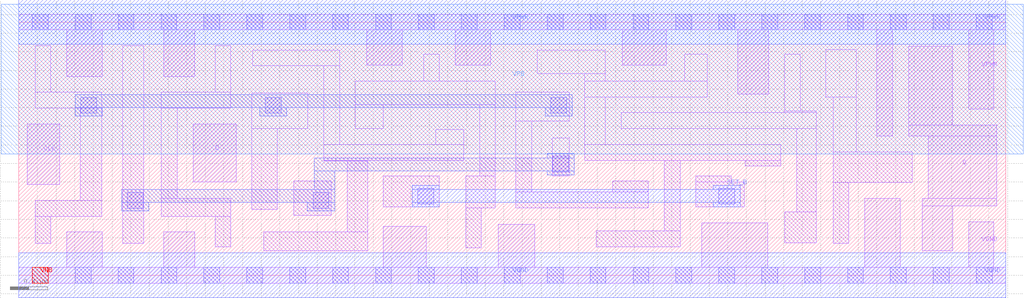
<source format=lef>
# Copyright 2020 The SkyWater PDK Authors
#
# Licensed under the Apache License, Version 2.0 (the "License");
# you may not use this file except in compliance with the License.
# You may obtain a copy of the License at
#
#     https://www.apache.org/licenses/LICENSE-2.0
#
# Unless required by applicable law or agreed to in writing, software
# distributed under the License is distributed on an "AS IS" BASIS,
# WITHOUT WARRANTIES OR CONDITIONS OF ANY KIND, either express or implied.
# See the License for the specific language governing permissions and
# limitations under the License.
#
# SPDX-License-Identifier: Apache-2.0

VERSION 5.7 ;
  NOWIREEXTENSIONATPIN ON ;
  DIVIDERCHAR "/" ;
  BUSBITCHARS "[]" ;
PROPERTYDEFINITIONS
  MACRO maskLayoutSubType STRING ;
  MACRO prCellType STRING ;
  MACRO originalViewName STRING ;
END PROPERTYDEFINITIONS
MACRO sky130_fd_sc_hdll__dfstp_2
  CLASS CORE ;
  FOREIGN sky130_fd_sc_hdll__dfstp_2 ;
  ORIGIN  0.000000  0.000000 ;
  SIZE  10.58000 BY  2.720000 ;
  SYMMETRY X Y R90 ;
  SITE unithd ;
  PIN CLK
    ANTENNAGATEAREA  0.178200 ;
    DIRECTION INPUT ;
    USE SIGNAL ;
    PORT
      LAYER li1 ;
        RECT 0.090000 0.975000 0.440000 1.625000 ;
    END
  END CLK
  PIN D
    ANTENNAGATEAREA  0.247200 ;
    DIRECTION INPUT ;
    USE SIGNAL ;
    PORT
      LAYER li1 ;
        RECT 1.870000 1.005000 2.330000 1.625000 ;
    END
  END D
  PIN Q
    ANTENNADIFFAREA  0.530500 ;
    DIRECTION OUTPUT ;
    USE SIGNAL ;
    PORT
      LAYER li1 ;
        RECT 9.540000 1.495000 10.485000 1.615000 ;
        RECT 9.540000 1.615000 10.015000 2.460000 ;
        RECT 9.685000 0.265000 10.015000 0.745000 ;
        RECT 9.685000 0.745000 10.485000 0.825000 ;
        RECT 9.750000 0.825000 10.485000 1.495000 ;
    END
  END Q
  PIN SET_B
    ANTENNAGATEAREA  0.277200 ;
    DIRECTION INPUT ;
    USE SIGNAL ;
    PORT
      LAYER met1 ;
        RECT 4.220000 0.735000 4.510000 0.780000 ;
        RECT 4.220000 0.780000 7.735000 0.920000 ;
        RECT 4.220000 0.920000 4.510000 0.965000 ;
        RECT 7.445000 0.735000 7.735000 0.780000 ;
        RECT 7.445000 0.920000 7.735000 0.965000 ;
    END
  END SET_B
  PIN VNB
    PORT
      LAYER pwell ;
        RECT 0.145000 -0.085000 0.315000 0.085000 ;
    END
  END VNB
  PIN VPB
    PORT
      LAYER nwell ;
        RECT -0.190000 1.305000 10.770000 2.910000 ;
    END
  END VPB
  PIN VGND
    DIRECTION INOUT ;
    USE GROUND ;
    PORT
      LAYER li1 ;
        RECT  0.000000 -0.085000 10.580000 0.085000 ;
        RECT  0.515000  0.085000  0.895000 0.465000 ;
        RECT  1.555000  0.085000  1.885000 0.465000 ;
        RECT  3.910000  0.085000  4.370000 0.525000 ;
        RECT  5.140000  0.085000  5.530000 0.545000 ;
        RECT  7.320000  0.085000  8.030000 0.565000 ;
        RECT  9.070000  0.085000  9.450000 0.825000 ;
        RECT 10.185000  0.085000 10.450000 0.575000 ;
      LAYER mcon ;
        RECT  0.145000 -0.085000  0.315000 0.085000 ;
        RECT  0.605000 -0.085000  0.775000 0.085000 ;
        RECT  1.065000 -0.085000  1.235000 0.085000 ;
        RECT  1.525000 -0.085000  1.695000 0.085000 ;
        RECT  1.985000 -0.085000  2.155000 0.085000 ;
        RECT  2.445000 -0.085000  2.615000 0.085000 ;
        RECT  2.905000 -0.085000  3.075000 0.085000 ;
        RECT  3.365000 -0.085000  3.535000 0.085000 ;
        RECT  3.825000 -0.085000  3.995000 0.085000 ;
        RECT  4.285000 -0.085000  4.455000 0.085000 ;
        RECT  4.745000 -0.085000  4.915000 0.085000 ;
        RECT  5.205000 -0.085000  5.375000 0.085000 ;
        RECT  5.665000 -0.085000  5.835000 0.085000 ;
        RECT  6.125000 -0.085000  6.295000 0.085000 ;
        RECT  6.585000 -0.085000  6.755000 0.085000 ;
        RECT  7.045000 -0.085000  7.215000 0.085000 ;
        RECT  7.505000 -0.085000  7.675000 0.085000 ;
        RECT  7.965000 -0.085000  8.135000 0.085000 ;
        RECT  8.425000 -0.085000  8.595000 0.085000 ;
        RECT  8.885000 -0.085000  9.055000 0.085000 ;
        RECT  9.345000 -0.085000  9.515000 0.085000 ;
        RECT  9.805000 -0.085000  9.975000 0.085000 ;
        RECT 10.265000 -0.085000 10.435000 0.085000 ;
    END
    PORT
      LAYER met1 ;
        RECT 0.000000 -0.240000 10.580000 0.240000 ;
    END
  END VGND
  PIN VPWR
    DIRECTION INOUT ;
    USE POWER ;
    PORT
      LAYER li1 ;
        RECT  0.000000 2.635000 10.580000 2.805000 ;
        RECT  0.515000 2.135000  0.895000 2.635000 ;
        RECT  1.555000 2.135000  1.885000 2.635000 ;
        RECT  3.730000 2.255000  4.110000 2.635000 ;
        RECT  4.680000 2.255000  5.060000 2.635000 ;
        RECT  6.470000 2.255000  6.940000 2.635000 ;
        RECT  7.710000 1.945000  8.040000 2.635000 ;
        RECT  9.200000 1.495000  9.370000 2.635000 ;
        RECT 10.185000 1.785000 10.450000 2.635000 ;
      LAYER mcon ;
        RECT  0.145000 2.635000  0.315000 2.805000 ;
        RECT  0.605000 2.635000  0.775000 2.805000 ;
        RECT  1.065000 2.635000  1.235000 2.805000 ;
        RECT  1.525000 2.635000  1.695000 2.805000 ;
        RECT  1.985000 2.635000  2.155000 2.805000 ;
        RECT  2.445000 2.635000  2.615000 2.805000 ;
        RECT  2.905000 2.635000  3.075000 2.805000 ;
        RECT  3.365000 2.635000  3.535000 2.805000 ;
        RECT  3.825000 2.635000  3.995000 2.805000 ;
        RECT  4.285000 2.635000  4.455000 2.805000 ;
        RECT  4.745000 2.635000  4.915000 2.805000 ;
        RECT  5.205000 2.635000  5.375000 2.805000 ;
        RECT  5.665000 2.635000  5.835000 2.805000 ;
        RECT  6.125000 2.635000  6.295000 2.805000 ;
        RECT  6.585000 2.635000  6.755000 2.805000 ;
        RECT  7.045000 2.635000  7.215000 2.805000 ;
        RECT  7.505000 2.635000  7.675000 2.805000 ;
        RECT  7.965000 2.635000  8.135000 2.805000 ;
        RECT  8.425000 2.635000  8.595000 2.805000 ;
        RECT  8.885000 2.635000  9.055000 2.805000 ;
        RECT  9.345000 2.635000  9.515000 2.805000 ;
        RECT  9.805000 2.635000  9.975000 2.805000 ;
        RECT 10.265000 2.635000 10.435000 2.805000 ;
    END
    PORT
      LAYER met1 ;
        RECT 0.000000 2.480000 10.580000 2.960000 ;
    END
  END VPWR
  OBS
    LAYER li1 ;
      RECT 0.175000 0.345000 0.345000 0.635000 ;
      RECT 0.175000 0.635000 0.890000 0.805000 ;
      RECT 0.175000 1.795000 0.890000 1.965000 ;
      RECT 0.175000 1.965000 0.345000 2.465000 ;
      RECT 0.660000 0.805000 0.890000 1.795000 ;
      RECT 1.115000 0.345000 1.340000 2.465000 ;
      RECT 1.530000 0.635000 2.275000 0.825000 ;
      RECT 1.530000 0.825000 1.700000 1.795000 ;
      RECT 1.530000 1.795000 2.275000 1.965000 ;
      RECT 2.105000 0.305000 2.275000 0.635000 ;
      RECT 2.105000 1.965000 2.275000 2.465000 ;
      RECT 2.500000 0.705000 2.770000 1.575000 ;
      RECT 2.500000 1.575000 3.100000 1.955000 ;
      RECT 2.510000 2.250000 3.440000 2.420000 ;
      RECT 2.625000 0.265000 3.740000 0.465000 ;
      RECT 2.950000 0.645000 3.350000 1.015000 ;
      RECT 3.270000 1.230000 3.740000 1.235000 ;
      RECT 3.270000 1.235000 4.770000 1.405000 ;
      RECT 3.270000 1.405000 3.440000 2.250000 ;
      RECT 3.520000 0.465000 3.740000 1.230000 ;
      RECT 3.610000 1.575000 3.910000 1.835000 ;
      RECT 3.610000 1.835000 5.110000 2.085000 ;
      RECT 3.910000 0.735000 4.510000 1.065000 ;
      RECT 4.340000 2.085000 4.510000 2.375000 ;
      RECT 4.470000 1.405000 4.770000 1.565000 ;
      RECT 4.790000 0.295000 4.960000 0.725000 ;
      RECT 4.790000 0.725000 5.110000 1.065000 ;
      RECT 4.940000 1.065000 5.110000 1.835000 ;
      RECT 5.330000 0.725000 6.750000 0.895000 ;
      RECT 5.330000 0.895000 5.500000 1.655000 ;
      RECT 5.330000 1.655000 5.900000 1.965000 ;
      RECT 5.560000 2.165000 6.290000 2.415000 ;
      RECT 5.720000 1.065000 5.900000 1.475000 ;
      RECT 6.070000 1.235000 8.170000 1.405000 ;
      RECT 6.070000 1.405000 6.290000 1.915000 ;
      RECT 6.070000 1.915000 7.380000 2.085000 ;
      RECT 6.070000 2.085000 6.290000 2.165000 ;
      RECT 6.190000 0.305000 7.090000 0.475000 ;
      RECT 6.370000 0.895000 6.750000 1.015000 ;
      RECT 6.460000 1.575000 8.550000 1.745000 ;
      RECT 6.920000 0.475000 7.090000 1.235000 ;
      RECT 7.140000 2.085000 7.380000 2.375000 ;
      RECT 7.260000 0.735000 7.780000 1.005000 ;
      RECT 7.260000 1.005000 7.640000 1.065000 ;
      RECT 7.790000 1.175000 8.170000 1.235000 ;
      RECT 8.210000 0.350000 8.550000 0.680000 ;
      RECT 8.210000 1.745000 8.550000 1.765000 ;
      RECT 8.210000 1.765000 8.380000 2.375000 ;
      RECT 8.340000 0.680000 8.550000 1.575000 ;
      RECT 8.650000 1.915000 8.980000 2.425000 ;
      RECT 8.730000 0.345000 8.900000 0.995000 ;
      RECT 8.730000 0.995000 9.580000 1.325000 ;
      RECT 8.730000 1.325000 8.980000 1.915000 ;
    LAYER mcon ;
      RECT 0.665000 1.740000 0.835000 1.910000 ;
      RECT 1.165000 0.720000 1.335000 0.890000 ;
      RECT 2.645000 1.740000 2.815000 1.910000 ;
      RECT 3.155000 0.720000 3.325000 0.890000 ;
      RECT 4.280000 0.765000 4.450000 0.935000 ;
      RECT 5.705000 1.740000 5.875000 1.910000 ;
      RECT 5.725000 1.110000 5.895000 1.280000 ;
      RECT 7.505000 0.765000 7.675000 0.935000 ;
    LAYER met1 ;
      RECT 0.605000 1.710000 0.895000 1.800000 ;
      RECT 0.605000 1.800000 5.935000 1.940000 ;
      RECT 1.105000 0.690000 1.395000 0.780000 ;
      RECT 1.105000 0.780000 3.385000 0.920000 ;
      RECT 2.585000 1.710000 2.875000 1.800000 ;
      RECT 3.095000 0.690000 3.385000 0.780000 ;
      RECT 3.170000 0.920000 3.385000 1.120000 ;
      RECT 3.170000 1.120000 5.955000 1.260000 ;
      RECT 5.645000 1.710000 5.935000 1.800000 ;
      RECT 5.665000 1.080000 5.955000 1.120000 ;
      RECT 5.665000 1.260000 5.955000 1.310000 ;
  END
  PROPERTY maskLayoutSubType "abstract" ;
  PROPERTY prCellType "standard" ;
  PROPERTY originalViewName "layout" ;
END sky130_fd_sc_hdll__dfstp_2
END LIBRARY

</source>
